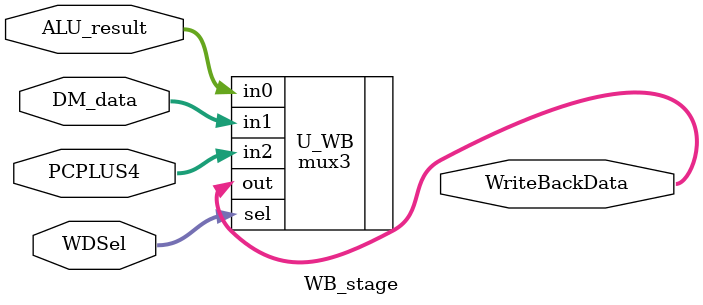
<source format=v>
module WB_stage(
    input [31:0] ALU_result,
    input [31:0] DM_data,
    input [1:0] WDSel,
    input [31:0] PCPLUS4,
    output [31:0] WriteBackData
);

mux3 U_WB(
    .sel(WDSel),
    .in0(ALU_result),
    .in1(DM_data),
    .in2(PCPLUS4),
    .out(WriteBackData)
);

endmodule
</source>
